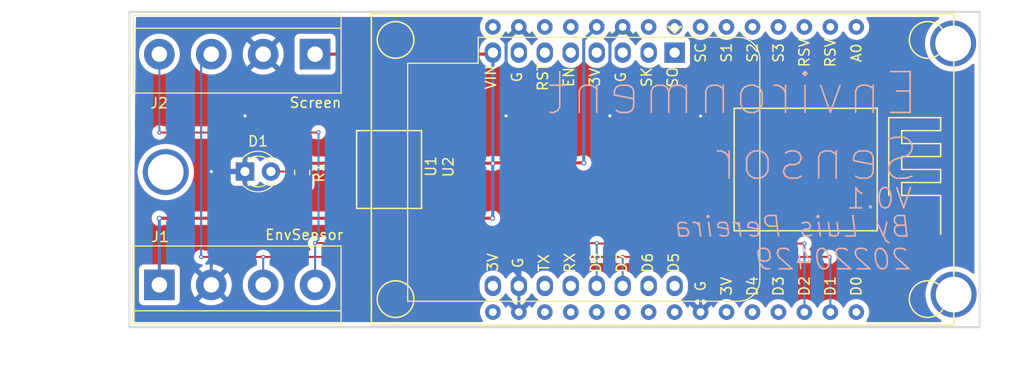
<source format=kicad_pcb>
(kicad_pcb (version 20211014) (generator pcbnew)
  (title_block (title "Environment Sensor") (rev "v0.1") (company "by Luís Pereira"))
  (layers (0 "F.Cu" signal) (31 "B.Cu" signal) (34 "B.Paste" user) (35 "F.Paste" user) (36 "B.SilkS" user "B.Silkscreen") (37 "F.SilkS" user "F.Silkscreen") (38 "B.Mask" user) (39 "F.Mask" user) (44 "Edge.Cuts" user))
  (net 0 "")
  (net 1 "/+3V3")
  (net 2 "/I2C_SCL")
  (net 3 "GND")
  (net 4 "/I2C_SDA")
  (net 5 "Net-(D1-Pad2)")
  (footprint "LCP_Footprints:NodeMCU1.0_12-E" (layer "F.Cu") (at 193.675 81.28 -90)
    (fp_text reference "U2" (at 13.72 39.925 90) (layer "F.SilkS"))
    (fp_text value "NodeMCU_ESP12E" hide)
    (fp_text user "VIN" (at 4.92 35.755 90) (layer "F.SilkS"))
    (fp_text user "EN" (at 4.92 28.135 90) (layer "F.SilkS"))
    (fp_text user "D0" (at 25.4 0 90) (layer "F.SilkS"))
    (fp_text user "G" (at 4.92 23.055 90) (layer "F.SilkS"))
    (fp_text user "D2" (at 25.4 5.08 90) (layer "F.SilkS"))
    (fp_text user "RX" (at 23.12 28.035 90) (layer "F.SilkS"))
    (fp_text user "S2" (at 2.54 10.16 90) (layer "F.SilkS"))
    (fp_text user "3V" (at 4.92 25.595 90) (layer "F.SilkS"))
    (fp_text user "S1" (at 2.54 12.7 90) (layer "F.SilkS"))
    (fp_text user "A0" (at 2.54 0 90) (layer "F.SilkS"))
    (fp_text user "D5" (at 23.12 17.875 90) (layer "F.SilkS"))
    (fp_text user "D3" (at 25.4 7.62 90) (layer "F.SilkS"))
    (fp_text user "SO" (at 4.92 17.975 90) (layer "F.SilkS"))
    (fp_text user "RSV" (at 2.54 5.08 90) (layer "F.SilkS"))
    (fp_text user "D8" (at 23.12 25.495 90) (layer "F.SilkS"))
    (fp_text user "D1" (at 25.4 2.54 90) (layer "F.SilkS"))
    (fp_text user "3V" (at 25.4 12.7 90) (layer "F.SilkS"))
    (fp_text user "D4" (at 25.4 10.16 90) (layer "F.SilkS"))
    (fp_text user "G" (at 25.4 15.24 90) (layer "F.SilkS"))
    (fp_text user "D7" (at 23.12 22.955 90) (layer "F.SilkS"))
    (fp_text user "G" (at 23.12 33.115 90) (layer "F.SilkS"))
    (fp_text user "G" (at 4.92 33.215 90) (layer "F.SilkS"))
    (fp_text user "SC" (at 2.54 15.24 90) (layer "F.SilkS"))
    (fp_text user "S3" (at 2.54 7.62 90) (layer "F.SilkS"))
    (fp_text user "D6" (at 23.12 20.415 90) (layer "F.SilkS"))
    (fp_text user "3V" (at 23.07 35.575 90) (layer "F.SilkS"))
    (fp_text user "RSV" (at 2.54 2.54 90) (layer "F.SilkS"))
    (fp_text user "TX" (at 23.12 30.575 90) (layer "F.SilkS"))
    (fp_text user "RST" (at 4.92 30.675 90) (layer "F.SilkS"))
    (fp_text user "SK" (at 4.92 20.515 90) (layer "F.SilkS"))
    (fp_line (start 11.43 -8.255) (end 12.7 -8.255) (layer "F.SilkS") (width 0.15))
    (fp_line (start 19.97 11.955) (end 7.97 11.955) (layer "F.SilkS") (width 0.15))
    (fp_line (start 15.24 -4.445) (end 16.51 -4.445) (layer "F.SilkS") (width 0.15))
    (fp_line (start 29.22 47.455) (end 29.22 -9.545) (layer "F.SilkS") (width 0.15))
    (fp_line (start 8.89 -8.255) (end 10.16 -8.255) (layer "F.SilkS") (width 0.15))
    (fp_line (start 19.97 -2.045) (end 19.97 11.955) (layer "F.SilkS") (width 0.15))
    (fp_line (start 12.7 -8.255) (end 12.7 -4.445) (layer "F.SilkS") (width 0.15))
    (fp_line (start -1.28 47.455) (end 29.22 47.455) (layer "F.SilkS") (width 0.15))
    (fp_line (start 7.97 -2.045) (end 19.97 -2.045) (layer "F.SilkS") (width 0.15))
    (fp_line (start 7.97 11.955) (end 7.97 -2.045) (layer "F.SilkS") (width 0.15))
    (fp_line (start -0.78 -9.545) (end -1.28 -9.545) (layer "F.SilkS") (width 0.15))
    (fp_line (start 29.22 -9.545) (end -0.78 -9.545) (layer "F.SilkS") (width 0.15))
    (fp_line (start 10.16 48.895) (end 17.78 48.895) (layer "F.SilkS") (width 0.15))
    (fp_line (start 16.51 -8.255) (end 20.32 -8.255) (layer "F.SilkS") (width 0.15))
    (fp_line (start 12.7 -4.445) (end 13.97 -4.445) (layer "F.SilkS") (width 0.15))
    (fp_line (start 17.78 42.545) (end 10.16 42.545) (layer "F.SilkS") (width 0.15))
    (fp_line (start 16.51 -4.445) (end 16.51 -8.255) (layer "F.SilkS") (width 0.15))
    (fp_line (start 13.97 -8.255) (end 15.24 -8.255) (layer "F.SilkS") (width 0.15))
    (fp_line (start 10.16 -4.445) (end 11.43 -4.445) (layer "F.SilkS") (width 0.15))
    (fp_line (start 13.97 -4.445) (end 13.97 -8.255) (layer "F.SilkS") (width 0.15))
    (fp_line (start 8.89 -3.175) (end 8.89 -8.255) (layer "F.SilkS") (width 0.15))
    (fp_line (start 16.51 -3.175) (end 8.89 -3.175) (layer "F.SilkS") (width 0.15))
    (fp_line (start 10.16 -8.255) (end 10.16 -4.445) (layer "F.SilkS") (width 0.15))
    (fp_line (start 11.43 -4.445) (end 11.43 -8.255) (layer "F.SilkS") (width 0.15))
    (fp_line (start 15.24 -8.255) (end 15.24 -4.445) (layer "F.SilkS") (width 0.15))
    (fp_line (start 10.16 42.545) (end 10.16 48.895) (layer "F.SilkS") (width 0.15))
    (fp_line (start -1.28 -9.545) (end -1.28 47.455) (layer "F.SilkS") (width 0.15))
    (fp_line (start 17.78 48.895) (end 17.78 42.545) (layer "F.SilkS") (width 0.15))
    (fp_circle (center 26.67 45.085) (end 27.94 43.815) (layer "F.SilkS") (width 0.15) (fill none))
    (fp_circle (center 1.27 -6.985) (end 2.54 -8.255) (layer "F.SilkS") (width 0.15) (fill none))
    (fp_circle (center 26.67 -6.985) (end 27.94 -8.255) (layer "F.SilkS") (width 0.15) (fill none))
    (fp_circle (center 1.27 45.085) (end 2.54 43.815) (layer "F.SilkS") (width 0.15) (fill none))
    (pad "1" thru_hole circle locked (at 0 0 270) (size 1.524 1.524) (drill 0.762) (layers *.Cu *.Mask))
    (pad "2" thru_hole circle locked (at 0 2.54 270) (size 1.524 1.524) (drill 0.762) (layers *.Cu *.Mask))
    (pad "3" thru_hole circle locked (at 0 5.08 270) (size 1.524 1.524) (drill 0.762) (layers *.Cu *.Mask))
    (pad "4" thru_hole circle locked (at 0 7.62 270) (size 1.524 1.524) (drill 0.762) (layers *.Cu *.Mask))
    (pad "5" thru_hole circle locked (at 0 10.16 270) (size 1.524 1.524) (drill 0.762) (layers *.Cu *.Mask))
    (pad "6" thru_hole circle locked (at 0 12.7 270) (size 1.524 1.524) (drill 0.762) (layers *.Cu *.Mask))
    (pad "7" thru_hole circle locked (at 0 15.24 270) (size 1.524 1.524) (drill 0.762) (layers *.Cu *.Mask))
    (pad "8" thru_hole circle locked (at 0 17.78 270) (size 1.524 1.524) (drill 0.762) (layers *.Cu *.Mask))
    (pad "9" thru_hole circle locked (at 0 20.32 270) (size 1.524 1.524) (drill 0.762) (layers *.Cu *.Mask))
    (pad "10" thru_hole circle locked (at 0 22.86 270) (size 1.524 1.524) (drill 0.762) (layers *.Cu *.Mask) (net 3 "GND"))
    (pad "11" thru_hole circle locked (at 0 25.4 270) (size 1.524 1.524) (drill 0.762) (layers *.Cu *.Mask) (net 1 "/+3V3"))
    (pad "12" thru_hole circle locked (at 0 27.94 270) (size 1.524 1.524) (drill 0.762) (layers *.Cu *.Mask))
    (pad "13" thru_hole circle locked (at 0 30.48 270) (size 1.524 1.524) (drill 0.762) (layers *.Cu *.Mask))
    (pad "14" thru_hole circle locked (at 0 33.02 270) (size 1.524 1.524) (drill 0.762) (layers *.Cu *.Mask) (net 3 "GND"))
    (pad "15" thru_hole circle locked (at 0 35.56 270) (size 1.524 1.524) (drill 0.762) (layers *.Cu *.Mask))
    (pad "16" thru_hole circle locked (at 27.94 35.56 270) (size 1.524 1.524) (drill 0.762) (layers *.Cu *.Mask))
    (pad "17" thru_hole circle locked (at 27.94 33.02 270) (size 1.524 1.524) (drill 0.762) (layers *.Cu *.Mask) (net 3 "GND"))
    (pad "18" thru_hole circle locked (at 27.94 30.48 270) (size 1.524 1.524) (drill 0.762) (layers *.Cu *.Mask))
    (pad "19" thru_hole circle locked (at 27.94 27.94 270) (size 1.524 1.524) (drill 0.762) (layers *.Cu *.Mask))
    (pad "20" thru_hole circle locked (at 27.94 25.4 270) (size 1.524 1.524) (drill 0.762) (layers *.Cu *.Mask))
    (pad "21" thru_hole circle locked (at 27.94 22.86 270) (size 1.524 1.524) (drill 0.762) (layers *.Cu *.Mask))
    (pad "22" thru_hole circle locked (at 27.94 20.32 270) (size 1.524 1.524) (drill 0.762) (layers *.Cu *.Mask))
    (pad "23" thru_hole circle locked (at 27.94 17.78 270) (size 1.524 1.524) (drill 0.762) (layers *.Cu *.Mask))
    (pad "24" thru_hole circle locked (at 27.94 15.24 270) (size 1.524 1.524) (drill 0.762) (layers *.Cu *.Mask) (net 3 "GND"))
    (pad "25" thru_hole circle locked (at 27.94 12.7 270) (size 1.524 1.524) (drill 0.762) (layers *.Cu *.Mask))
    (pad "26" thru_hole circle locked (at 27.94 10.16 270) (size 1.524 1.524) (drill 0.762) (layers *.Cu *.Mask))
    (pad "27" thru_hole circle locked (at 27.94 7.62 270) (size 1.524 1.524) (drill 0.762) (layers *.Cu *.Mask))
    (pad "28" thru_hole circle locked (at 27.94 5.08 270) (size 1.524 1.524) (drill 0.762) (layers *.Cu *.Mask) (net 4 "/I2C_SDA"))
    (pad "29" thru_hole circle locked (at 27.94 2.54 270) (size 1.524 1.524) (drill 0.762) (layers *.Cu *.Mask) (net 2 "/I2C_SCL"))
    (pad "30" thru_hole circle locked (at 27.94 0 270) (size 1.524 1.524) (drill 0.762) (layers *.Cu *.Mask))
  )
  (footprint "LED_THT:LED_D3.0mm" (layer "F.Cu") (at 133.857 95.4465)
    (fp_text reference "D1" (at 1.27 -2.96) (layer "F.SilkS"))
    (fp_text value "LED" hide)
    (fp_line (start -0.29 -1.236) (end -0.29 -1.08) (layer "F.SilkS") (width 0.12))
    (fp_line (start -0.29 1.08) (end -0.29 1.236) (layer "F.SilkS") (width 0.12))
    (fp_arc (start 2.31113 1.079837) (mid 1.270117 1.5) (end 0.229039 1.08) (layer "F.SilkS") (width 0.12))
    (fp_arc (start 0.229039 -1.08) (mid 1.270117 -1.5) (end 2.31113 -1.079837) (layer "F.SilkS") (width 0.12))
    (fp_arc (start 2.942335 1.078608) (mid 1.366487 1.987659) (end -0.29 1.235516) (layer "F.SilkS") (width 0.12))
    (fp_arc (start -0.29 -1.235516) (mid 1.366487 -1.987659) (end 2.942335 -1.078608) (layer "F.SilkS") (width 0.12))
    (pad "1" thru_hole rect (at 0 0) (size 1.8 1.8) (drill 0.9) (layers *.Cu *.Mask) (net 3 "GND"))
    (pad "2" thru_hole circle (at 2.54 0) (size 1.8 1.8) (drill 0.9) (layers *.Cu *.Mask) (net 5 "Net-(D1-Pad2)"))
  )
  (footprint "Resistor_SMD:R_0805_2012Metric" (layer "F.Cu") (at 139.45 95.55 -90)
    (fp_text reference "R1" (at 0 -1.65 90) (layer "F.SilkS"))
    (fp_text value "10K" hide)
    (fp_line (start -0.227064 -0.735) (end 0.227064 -0.735) (layer "F.SilkS") (width 0.12))
    (fp_line (start -0.227064 0.735) (end 0.227064 0.735) (layer "F.SilkS") (width 0.12))
    (pad "1" smd roundrect (at -0.9125 0 270) (size 1.025 1.4) (layers "F.Cu" "F.Paste" "F.Mask") (roundrect_rratio 0.243902439) (net 1 "/+3V3"))
    (pad "2" smd roundrect (at 0.9125 0 270) (size 1.025 1.4) (layers "F.Cu" "F.Paste" "F.Mask") (roundrect_rratio 0.243902439) (net 5 "Net-(D1-Pad2)"))
  )
  (footprint "TerminalBlock:TerminalBlock_bornier-4_P5.08mm" (layer "F.Cu") (at 125.476 106.553)
    (fp_text reference "J1" (at 0.074 -4.703) (layer "F.SilkS"))
    (fp_text value "EnvSensor" (at 14.174 -4.903) (layer "F.SilkS"))
    (fp_line (start -2.54 -3.81) (end -2.54 3.81) (layer "F.SilkS") (width 0.12))
    (fp_line (start 17.78 2.54) (end -2.54 2.54) (layer "F.SilkS") (width 0.12))
    (fp_line (start -2.54 3.81) (end 17.78 3.81) (layer "F.SilkS") (width 0.12))
    (fp_line (start 17.78 3.81) (end 17.78 -3.81) (layer "F.SilkS") (width 0.12))
    (fp_line (start -2.54 -3.81) (end 17.78 -3.81) (layer "F.SilkS") (width 0.12))
    (pad "1" thru_hole rect (at 0 0) (size 3 3) (drill 1.52) (layers *.Cu *.Mask) (net 1 "/+3V3"))
    (pad "2" thru_hole circle (at 5.08 0) (size 3 3) (drill 1.52) (layers *.Cu *.Mask) (net 3 "GND"))
    (pad "3" thru_hole circle (at 10.16 0) (size 3 3) (drill 1.52) (layers *.Cu *.Mask) (net 2 "/I2C_SCL"))
    (pad "4" thru_hole circle (at 15.24 0) (size 3 3) (drill 1.52) (layers *.Cu *.Mask) (net 4 "/I2C_SDA"))
  )
  (footprint "TerminalBlock:TerminalBlock_bornier-4_P5.08mm" (layer "F.Cu") (at 140.716 83.947 180)
    (fp_text reference "J2" (at 15.266 -4.8) (layer "F.SilkS"))
    (fp_text value "Screen" (at -0.034 -4.753) (layer "F.SilkS"))
    (fp_line (start -2.54 3.81) (end 17.78 3.81) (layer "F.SilkS") (width 0.12))
    (fp_line (start 17.78 3.81) (end 17.78 -3.81) (layer "F.SilkS") (width 0.12))
    (fp_line (start -2.54 -3.81) (end -2.54 3.81) (layer "F.SilkS") (width 0.12))
    (fp_line (start 17.78 2.54) (end -2.54 2.54) (layer "F.SilkS") (width 0.12))
    (fp_line (start -2.54 -3.81) (end 17.78 -3.81) (layer "F.SilkS") (width 0.12))
    (pad "1" thru_hole rect (at 0 0 180) (size 3 3) (drill 1.52) (layers *.Cu *.Mask) (net 1 "/+3V3"))
    (pad "2" thru_hole circle (at 5.08 0 180) (size 3 3) (drill 1.52) (layers *.Cu *.Mask) (net 3 "GND"))
    (pad "3" thru_hole circle (at 10.16 0 180) (size 3 3) (drill 1.52) (layers *.Cu *.Mask) (net 2 "/I2C_SCL"))
    (pad "4" thru_hole circle (at 15.24 0 180) (size 3 3) (drill 1.52) (layers *.Cu *.Mask) (net 4 "/I2C_SDA"))
  )
  (footprint "Module:WEMOS_D1_mini_light" (layer "F.Cu") (at 175.895 83.797 -90)
    (fp_text reference "U1" (at 11.153 23.845 90) (layer "F.SilkS"))
    (fp_text value "WeMos_D1_mini" hide)
    (fp_line (start -1.5 19.22) (end 1.04 19.22) (layer "F.SilkS") (width 0.12))
    (fp_line (start 1.04 26.12) (end 24.36 26.12) (layer "F.SilkS") (width 0.12))
    (fp_line (start 24.36 26.12) (end 24.36 -6.21) (layer "F.SilkS") (width 0.12))
    (fp_line (start -1.5 19.22) (end -1.5 -6.21) (layer "F.SilkS") (width 0.12))
    (fp_line (start 1.04 19.22) (end 1.04 26.12) (layer "F.SilkS") (width 0.12))
    (fp_line (start 22.24 -8.34) (end 0.63 -8.34) (layer "F.SilkS") (width 0.12))
    (fp_arc (start -1.5 -6.21) (mid -0.876137 -7.716137) (end 0.63 -8.34) (layer "F.SilkS") (width 0.12))
    (fp_arc (start 22.23 -8.34) (mid 23.736137 -7.716137) (end 24.36 -6.21) (layer "F.SilkS") (width 0.12))
    (fp_poly (pts (xy -2.54 -0.635) (xy -2.54 0.635) (xy -1.905 0)) (layer "F.SilkS") (width 0.15) (fill solid))
    (pad "1" thru_hole rect locked (at 0 0 270) (size 2 2) (drill 1) (layers *.Cu *.Mask))
    (pad "2" thru_hole oval locked (at 0 2.54 270) (size 2 1.6) (drill 1) (layers *.Cu *.Mask))
    (pad "3" thru_hole oval locked (at 0 5.08 270) (size 2 1.6) (drill 1) (layers *.Cu *.Mask))
    (pad "4" thru_hole oval locked (at 0 7.62 270) (size 2 1.6) (drill 1) (layers *.Cu *.Mask))
    (pad "5" thru_hole oval locked (at 0 10.16 270) (size 2 1.6) (drill 1) (layers *.Cu *.Mask))
    (pad "6" thru_hole oval locked (at 0 12.7 270) (size 2 1.6) (drill 1) (layers *.Cu *.Mask))
    (pad "7" thru_hole oval locked (at 0 15.24 270) (size 2 1.6) (drill 1) (layers *.Cu *.Mask))
    (pad "8" thru_hole oval locked (at 0 17.78 270) (size 2 1.6) (drill 1) (layers *.Cu *.Mask) (net 1 "/+3V3"))
    (pad "9" thru_hole oval locked (at 22.86 17.78 270) (size 2 1.6) (drill 1) (layers *.Cu *.Mask))
    (pad "10" thru_hole oval locked (at 22.86 15.24 270) (size 2 1.6) (drill 1) (layers *.Cu *.Mask) (net 3 "GND"))
    (pad "11" thru_hole oval locked (at 22.86 12.7 270) (size 2 1.6) (drill 1) (layers *.Cu *.Mask))
    (pad "12" thru_hole oval locked (at 22.86 10.16 270) (size 2 1.6) (drill 1) (layers *.Cu *.Mask))
    (pad "13" thru_hole oval locked (at 22.86 7.62 270) (size 2 1.6) (drill 1) (layers *.Cu *.Mask) (net 4 "/I2C_SDA"))
    (pad "14" thru_hole oval locked (at 22.86 5.08 270) (size 2 1.6) (drill 1) (layers *.Cu *.Mask) (net 2 "/I2C_SCL"))
    (pad "15" thru_hole oval locked (at 22.86 2.54 270) (size 2 1.6) (drill 1) (layers *.Cu *.Mask))
    (pad "16" thru_hole oval locked (at 22.86 0 270) (size 2 1.6) (drill 1) (layers *.Cu *.Mask))
  )
  (gr_rect (start 122.55 79.8) (end 205.74 110.7) (layer "Edge.Cuts") (width 0.2) (fill none))
  (gr_text "Environment \nSensor" (at 200.0001 91.0327) (layer "B.SilkS") (effects (font (size 4 4) (thickness 0.16)) (justify left mirror)))
  (gr_text "V0.1" (at 199.2635 98.0939) (layer "B.SilkS") (effects (font (size 2 2) (thickness 0.16)) (justify left mirror)))
  (gr_text "By Luis Pereira\n20220429" (at 199.2 102.45) (layer "B.SilkS") (effects (font (size 2 2) (thickness 0.16) italic) (justify left mirror)))
  (via (at 203.2 107.5) (size 4.5) (drill 3.5) (layers "F.Cu" "B.Cu") (net 0))
  (via (at 203.15 82.9) (size 4.5) (drill 3.5) (layers "F.Cu" "B.Cu") (net 0))
  (via (at 126.1 95.5) (size 4.5) (drill 3.5) (layers "F.Cu" "B.Cu") (net 0))
  (segment (start 158.0875 94.6375) (end 158.1 94.65) (width 0.3) (layer "F.Cu") (net 1))
  (segment (start 157.947 83.947) (end 140.716 83.947) (width 0.3) (layer "F.Cu") (net 1))
  (segment (start 158.115 83.797) (end 158.097 83.797) (width 0.3) (layer "F.Cu") (net 1))
  (segment (start 139.45 94.6375) (end 158.0875 94.6375) (width 0.3) (layer "F.Cu") (net 1))
  (segment (start 158.097 83.797) (end 157.947 83.947) (width 0.3) (layer "F.Cu") (net 1))
  (segment (start 125.476 100.024) (end 158.074 100.024) (width 0.3) (layer "F.Cu") (net 1))
  (segment (start 167 94.6) (end 158.15 94.6) (width 0.3) (layer "F.Cu") (net 1))
  (segment (start 158.15 94.6) (end 158.1 94.65) (width 0.3) (layer "F.Cu") (net 1))
  (via (at 125.476 100.024) (size 0.5) (drill 0.3) (layers "F.Cu" "B.Cu") (net 1))
  (via (at 158.074 100.024) (size 0.5) (drill 0.3) (layers "F.Cu" "B.Cu") (net 1))
  (via (at 158.1 94.65) (size 0.5) (drill 0.3) (layers "F.Cu" "B.Cu") (net 1))
  (via (at 167 94.6) (size 0.5) (drill 0.3) (layers "F.Cu" "B.Cu") (net 1))
  (segment (start 158.115 94.635) (end 158.115 83.797) (width 0.3) (layer "B.Cu") (net 1))
  (segment (start 158.1 94.65) (end 158.115 94.635) (width 0.3) (layer "B.Cu") (net 1))
  (segment (start 125.476 106.553) (end 125.476 100.024) (width 0.3) (layer "B.Cu") (net 1))
  (segment (start 168.275 81.28) (end 167 82.555) (width 0.3) (layer "B.Cu") (net 1))
  (segment (start 167 82.555) (end 167 94.6) (width 0.3) (layer "B.Cu") (net 1))
  (segment (start 158.1 99.998) (end 158.1 94.65) (width 0.3) (layer "B.Cu") (net 1))
  (segment (start 158.074 100.024) (end 158.1 99.998) (width 0.3) (layer "B.Cu") (net 1))
  (segment (start 170.814 103.814) (end 191.064 103.814) (width 0.2) (layer "F.Cu") (net 2))
  (segment (start 135.636 103.814) (end 170.814 103.814) (width 0.2) (layer "F.Cu") (net 2))
  (segment (start 135.636 103.814) (end 129.564 103.814) (width 0.2) (layer "F.Cu") (net 2))
  (via (at 129.564 103.814) (size 0.4) (drill 0.2) (layers "F.Cu" "B.Cu") (net 2))
  (via (at 135.636 103.814) (size 0.4) (drill 0.2) (layers "F.Cu" "B.Cu") (net 2))
  (via (at 191.064 103.814) (size 0.4) (drill 0.2) (layers "F.Cu" "B.Cu") (net 2))
  (via (at 170.814 103.814) (size 0.4) (drill 0.2) (layers "F.Cu" "B.Cu") (net 2))
  (segment (start 135.636 106.553) (end 135.636 103.814) (width 0.2) (layer "B.Cu") (net 2))
  (segment (start 191.064 103.814) (end 191.135 103.885) (width 0.2) (layer "B.Cu") (net 2))
  (segment (start 129.564 103.814) (end 129.564 84.939) (width 0.2) (layer "B.Cu") (net 2))
  (segment (start 170.815 103.815) (end 170.815 106.657) (width 0.2) (layer "B.Cu") (net 2))
  (segment (start 129.564 84.939) (end 130.556 83.947) (width 0.2) (layer "B.Cu") (net 2))
  (segment (start 170.814 103.814) (end 170.815 103.815) (width 0.2) (layer "B.Cu") (net 2))
  (segment (start 191.135 103.885) (end 191.135 109.22) (width 0.2) (layer "B.Cu") (net 2))
  (segment (start 169.56548 89.98452) (end 159.41548 89.98452) (width 0.3) (layer "F.Cu") (net 3))
  (segment (start 169.59596 90.015) (end 169.56548 89.98452) (width 0.3) (layer "F.Cu") (net 3))
  (segment (start 159.41548 89.98452) (end 159.40548 89.99452) (width 0.3) (layer "F.Cu") (net 3))
  (segment (start 159.4 90) (end 133.864 90) (width 0.3) (layer "F.Cu") (net 3))
  (segment (start 133.864 90) (end 133.857 89.993) (width 0.3) (layer "F.Cu") (net 3))
  (segment (start 130.556 95.456) (end 130.5655 95.4465) (width 0.3) (layer "F.Cu") (net 3))
  (segment (start 178.435 90.015) (end 169.59596 90.015) (width 0.3) (layer "F.Cu") (net 3))
  (segment (start 130.5655 95.4465) (end 133.857 95.4465) (width 0.3) (layer "F.Cu") (net 3))
  (segment (start 159.40548 89.99452) (end 159.4 90) (width 0.3) (layer "F.Cu") (net 3))
  (via (at 169.56548 89.98452) (size 0.5) (drill 0.3) (layers "F.Cu" "B.Cu") (net 3))
  (via (at 159.40548 89.99452) (size 0.5) (drill 0.3) (layers "F.Cu" "B.Cu") (net 3))
  (via (at 133.857 89.993) (size 0.5) (drill 0.3) (layers "F.Cu" "B.Cu") (net 3))
  (via (at 130.556 95.456) (size 0.5) (drill 0.3) (layers "F.Cu" "B.Cu") (net 3))
  (via (at 178.435 90.015) (size 0.5) (drill 0.3) (layers "F.Cu" "B.Cu") (net 3))
  (segment (start 160.655 81.28) (end 159.40548 82.52952) (width 0.3) (layer "B.Cu") (net 3))
  (segment (start 133.857 89.993) (end 133.857 85.726) (width 0.3) (layer "B.Cu") (net 3))
  (segment (start 133.857 95.4465) (end 133.857 89.993) (width 0.3) (layer "B.Cu") (net 3))
  (segment (start 170.815 81.28) (end 169.56548 82.52952) (width 0.3) (layer "B.Cu") (net 3))
  (segment (start 160.655 106.657) (end 160.655 105.655) (width 0.3) (layer "B.Cu") (net 3))
  (segment (start 159.40548 104.40548) (end 159.40548 89.99452) (width 0.3) (layer "B.Cu") (net 3))
  (segment (start 160.655 106.657) (end 160.655 109.22) (width 0.3) (layer "B.Cu") (net 3))
  (segment (start 130.556 106.553) (end 130.556 95.456) (width 0.3) (layer "B.Cu") (net 3))
  (segment (start 133.857 85.726) (end 135.636 83.947) (width 0.3) (layer "B.Cu") (net 3))
  (segment (start 169.56548 82.52952) (end 169.56548 89.98452) (width 0.3) (layer "B.Cu") (net 3))
  (segment (start 160.655 105.655) (end 159.40548 104.40548) (width 0.3) (layer "B.Cu") (net 3))
  (segment (start 178.435 109.22) (end 178.435 90.015) (width 0.3) (layer "B.Cu") (net 3))
  (segment (start 159.40548 82.52952) (end 159.40548 89.99452) (width 0.3) (layer "B.Cu") (net 3))
  (segment (start 140.874 91.626) (end 141.024 91.626) (width 0.2) (layer "F.Cu") (net 4))
  (segment (start 168.323 102.505) (end 168.284 102.466) (width 0.2) (layer "F.Cu") (net 4))
  (segment (start 125.476 91.626) (end 140.874 91.626) (width 0.2) (layer "F.Cu") (net 4))
  (segment (start 141.024 91.626) (end 141.05 91.6) (width 0.2) (layer "F.Cu") (net 4))
  (segment (start 140.716 102.466) (end 168.284 102.466) (width 0.2) (layer "F.Cu") (net 4))
  (segment (start 188.595 102.505) (end 168.323 102.505) (width 0.2) (layer "F.Cu") (net 4))
  (via (at 125.476 91.626) (size 0.4) (drill 0.2) (layers "F.Cu" "B.Cu") (net 4))
  (via (at 141.05 91.6) (size 0.4) (drill 0.2) (layers "F.Cu" "B.Cu") (net 4))
  (via (at 140.716 102.466) (size 0.4) (drill 0.2) (layers "F.Cu" "B.Cu") (net 4))
  (via (at 168.284 102.466) (size 0.4) (drill 0.2) (layers "F.Cu" "B.Cu") (net 4))
  (via (at 188.595 102.505) (size 0.4) (drill 0.2) (layers "F.Cu" "B.Cu") (net 4))
  (segment (start 168.284 102.466) (end 168.275 102.475) (width 0.2) (layer "B.Cu") (net 4))
  (segment (start 188.595 109.22) (end 188.595 102.505) (width 0.2) (layer "B.Cu") (net 4))
  (segment (start 125.476 83.947) (end 125.476 91.626) (width 0.2) (layer "B.Cu") (net 4))
  (segment (start 140.716 106.553) (end 140.716 102.466) (width 0.2) (layer "B.Cu") (net 4))
  (segment (start 168.275 102.475) (end 168.275 106.657) (width 0.2) (layer "B.Cu") (net 4))
  (segment (start 141.05 91.6) (end 141.05 102.132) (width 0.2) (layer "B.Cu") (net 4))
  (segment (start 141.05 102.132) (end 140.716 102.466) (width 0.2) (layer "B.Cu") (net 4))
  (segment (start 139.45 96.45) (end 138.4465 95.4465) (width 0.2) (layer "F.Cu") (net 5))
  (segment (start 138.4465 95.4465) (end 136.397 95.4465) (width 0.2) (layer "F.Cu") (net 5))
  (segment (start 139.45 96.4625) (end 139.45 96.45) (width 0.2) (layer "F.Cu") (net 5))
  (zone (net 3) (net_name "GND") (layer "F.Cu") (connect_pads (clearance 0.508)) (min_thickness 0.254) (fill yes (thermal_gap 0.508) (thermal_bridge_width 0.508))
    (polygon (pts (xy 205.232 110.49) (xy 122.936 110.49) (xy 123.19 80.264) (xy 205.232 80.264)))
  )
  (zone (net 3) (net_name "GND") (layer "B.Cu") (connect_pads (clearance 0.508)) (min_thickness 0.254) (fill yes (thermal_gap 0.508) (thermal_bridge_width 0.508))
    (polygon (pts (xy 205.232 110.49) (xy 122.936 110.49) (xy 123.19 80.264) (xy 205.232 80.264)))
  )
)
</source>
